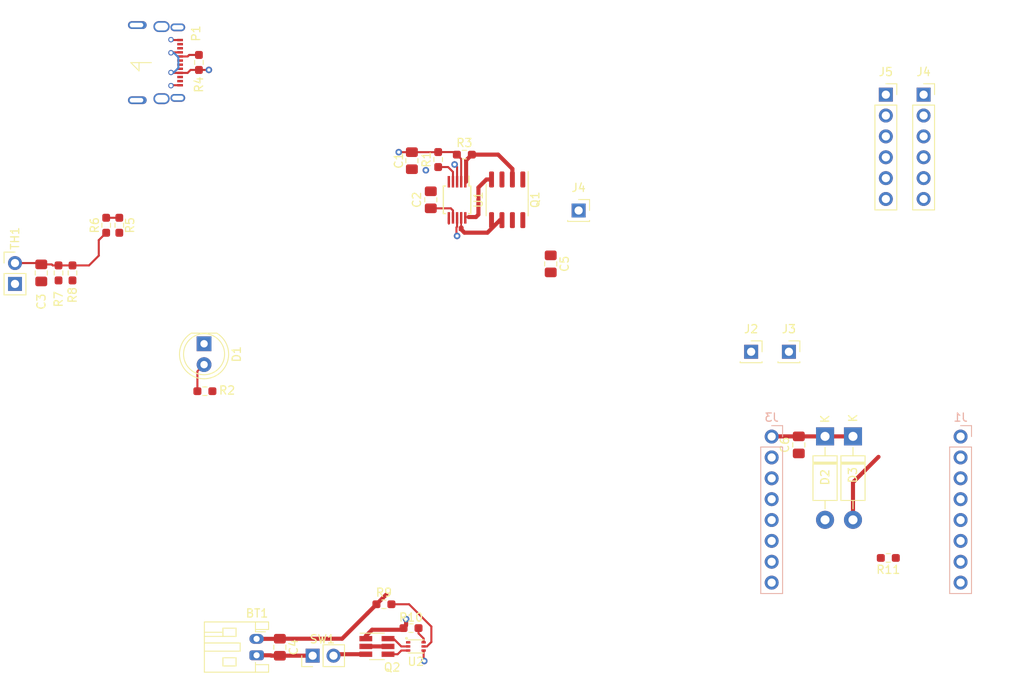
<source format=kicad_pcb>
(kicad_pcb (version 20211014) (generator pcbnew)
  (layers (0 "F.Cu" signal) (1 "In1.Cu" signal) (2 "In2.Cu" signal) (31 "B.Cu" signal) (34 "B.Paste" user) (35 "F.Paste" user) (36 "B.SilkS" user "B.Silkscreen") (37 "F.SilkS" user "F.Silkscreen") (38 "B.Mask" user) (39 "F.Mask" user) (44 "Edge.Cuts" user))
  (net 0 "")
  (net 1 "Net-(BT1-Pad1)")
  (net 2 "GND")
  (net 3 "+5V")
  (net 4 "Net-(C2-Pad2)")
  (net 5 "Net-(C3-Pad1)")
  (net 6 "Load")
  (net 7 "Net-(D1-Pad1)")
  (net 8 "Net-(D1-Pad2)")
  (net 9 "Net-(C6-Pad2)")
  (net 10 "Net-(J2-Pad5)")
  (net 16 "+3.3V")
  (net 17 "/INT")
  (net 18 "Net-(J1-Pad7)")
  (net 21 "/SDA")
  (net 22 "/SCL")
  (net 27 "Net-(Q1-Pad4)")
  (net 31 "Net-(Q2-Pad4)")
  (net 36 "Net-(P1-PadA5)")
  (net 38 "Net-(Q1-Pad1)")
  (net 39 "Net-(Q2-Pad2)")
  (net 40 "Net-(Q2-Pad3)")
  (net 41 "Net-(Q2-Pad6)")
  (net 42 "Net-(R1-Pad1)")
  (net 43 "Net-(R6-Pad1)")
  (net 44 "Net-(R9-Pad2)")
  (net 45 "Net-(R10-Pad1)")
  (footprint "Connector_PinSocket_2.54mm:PinSocket_1x01_P2.54mm_Vertical" (layer "F.Cu") (at 195.2 105.5)
    (fp_text reference "J2" (at 0 -2.77) (layer "F.SilkS"))
    (fp_text value "Gyro GND")
    (fp_line (start -1.33 1.33) (end 1.33 1.33) (layer "F.SilkS") (width 0.12))
    (fp_line (start 0 -1.33) (end 1.33 -1.33) (layer "F.SilkS") (width 0.12))
    (fp_line (start -1.33 1.21) (end -1.33 1.33) (layer "F.SilkS") (width 0.12))
    (fp_line (start 1.33 1.21) (end 1.33 1.33) (layer "F.SilkS") (width 0.12))
    (fp_line (start 1.33 -1.33) (end 1.33 0) (layer "F.SilkS") (width 0.12))
    (pad "1" thru_hole rect (at 0 0) (size 1.7 1.7) (drill 1) (layers *.Cu *.Mask) (net 9 "Net-(C6-Pad2)"))
  )
  (footprint "Capacitor_SMD:C_0805_2012Metric_Pad1.18x1.45mm_HandSolder" (layer "F.Cu") (at 137.825 141.47 -90)
    (fp_text reference "C4" (at 0 -1.68 90) (layer "F.SilkS"))
    (fp_text value "10uF")
    (fp_line (start -0.261252 -0.735) (end 0.261252 -0.735) (layer "F.SilkS") (width 0.12))
    (fp_line (start -0.261252 0.735) (end 0.261252 0.735) (layer "F.SilkS") (width 0.12))
    (pad "1" smd roundrect (at -1.0375 0 270) (size 1.175 1.45) (layers "F.Cu" "F.Paste" "F.Mask") (roundrect_rratio 0.2127659574) (net 1 "Net-(BT1-Pad1)"))
    (pad "2" smd roundrect (at 1.0375 0 270) (size 1.175 1.45) (layers "F.Cu" "F.Paste" "F.Mask") (roundrect_rratio 0.2127659574) (net 2 "GND"))
  )
  (footprint "Capacitor_SMD:C_0805_2012Metric_Pad1.18x1.45mm_HandSolder" (layer "F.Cu") (at 108.78125 95.9 -90)
    (fp_text reference "C3" (at 3.5 0 90) (layer "F.SilkS"))
    (fp_text value "1nF")
    (fp_line (start -0.261252 0.735) (end 0.261252 0.735) (layer "F.SilkS") (width 0.12))
    (fp_line (start -0.261252 -0.735) (end 0.261252 -0.735) (layer "F.SilkS") (width 0.12))
    (pad "1" smd roundrect (at -1.0375 0 270) (size 1.175 1.45) (layers "F.Cu" "F.Paste" "F.Mask") (roundrect_rratio 0.2127659574) (net 5 "Net-(C3-Pad1)"))
    (pad "2" smd roundrect (at 1.0375 0 270) (size 1.175 1.45) (layers "F.Cu" "F.Paste" "F.Mask") (roundrect_rratio 0.2127659574) (net 2 "GND"))
  )
  (footprint "Resistor_SMD:R_0603_1608Metric_Pad0.98x0.95mm_HandSolder" (layer "F.Cu") (at 157.1 82.1 90)
    (fp_text reference "R1" (at 0 -1.43 90) (layer "F.SilkS"))
    (fp_text value "1k")
    (fp_line (start -0.254724 -0.5225) (end 0.254724 -0.5225) (layer "F.SilkS") (width 0.12))
    (fp_line (start -0.254724 0.5225) (end 0.254724 0.5225) (layer "F.SilkS") (width 0.12))
    (pad "1" smd roundrect (at -0.9125 0 90) (size 0.975 0.95) (layers "F.Cu" "F.Paste" "F.Mask") (net 42 "Net-(R1-Pad1)"))
    (pad "2" smd roundrect (at 0.9125 0 90) (size 0.975 0.95) (layers "F.Cu" "F.Paste" "F.Mask") (net 3 "+5V"))
  )
  (footprint "Resistor_SMD:R_0603_1608Metric_Pad0.98x0.95mm_HandSolder" (layer "F.Cu") (at 110.88125 95.9 -90)
    (fp_text reference "R7" (at 3.2 0 90) (layer "F.SilkS"))
    (fp_text value "100k")
    (fp_line (start -0.254724 0.5225) (end 0.254724 0.5225) (layer "F.SilkS") (width 0.12))
    (fp_line (start -0.254724 -0.5225) (end 0.254724 -0.5225) (layer "F.SilkS") (width 0.12))
    (pad "1" smd roundrect (at -0.9125 0 270) (size 0.975 0.95) (layers "F.Cu" "F.Paste" "F.Mask") (net 5 "Net-(C3-Pad1)"))
    (pad "2" smd roundrect (at 0.9125 0 270) (size 0.975 0.95) (layers "F.Cu" "F.Paste" "F.Mask") (net 2 "GND"))
  )
  (footprint "Package_SO:MSOP-10_3x3mm_P0.5mm" (layer "F.Cu") (at 159.4 87 -90)
    (fp_text reference "U1" (at 0 -2.6 90) (layer "F.SilkS"))
    (fp_text value "MCP73841")
    (fp_line (start 1.675 1.675) (end 1.675 1.375) (layer "F.SilkS") (width 0.15))
    (fp_line (start -1.675 -1.675) (end 1.675 -1.675) (layer "F.SilkS") (width 0.15))
    (fp_line (start -1.675 -1.45) (end -2.9 -1.45) (layer "F.SilkS") (width 0.15))
    (fp_line (start 1.675 -1.675) (end 1.675 -1.375) (layer "F.SilkS") (width 0.15))
    (fp_line (start -1.675 -1.675) (end -1.675 -1.45) (layer "F.SilkS") (width 0.15))
    (fp_line (start -1.675 1.675) (end -1.675 1.375) (layer "F.SilkS") (width 0.15))
    (fp_line (start -1.675 1.675) (end 1.675 1.675) (layer "F.SilkS") (width 0.15))
    (pad "1" smd rect (at -2.2 -1 270) (size 1.4 0.3) (layers "F.Cu" "F.Paste" "F.Mask") (net 38 "Net-(Q1-Pad1)"))
    (pad "2" smd rect (at -2.2 -0.5 270) (size 1.4 0.3) (layers "F.Cu" "F.Paste" "F.Mask") (net 3 "+5V"))
    (pad "3" smd rect (at -2.2 0 270) (size 1.4 0.3) (layers "F.Cu" "F.Paste" "F.Mask") (net 7 "Net-(D1-Pad1)"))
    (pad "4" smd rect (at -2.2 0.5 270) (size 1.4 0.3) (layers "F.Cu" "F.Paste" "F.Mask") (net 42 "Net-(R1-Pad1)"))
    (pad "5" smd rect (at -2.2 1 270) (size 1.4 0.3) (layers "F.Cu" "F.Paste" "F.Mask") (net 43 "Net-(R6-Pad1)"))
    (pad "6" smd rect (at 2.2 1 270) (size 1.4 0.3) (layers "F.Cu" "F.Paste" "F.Mask") (net 5 "Net-(C3-Pad1)"))
    (pad "7" smd rect (at 2.2 0.5 270) (size 1.4 0.3) (layers "F.Cu" "F.Paste" "F.Mask") (net 4 "Net-(C2-Pad2)"))
    (pad "8" smd rect (at 2.2 0 270) (size 1.4 0.3) (layers "F.Cu" "F.Paste" "F.Mask") (net 2 "GND"))
    (pad "9" smd rect (at 2.2 -0.5 270) (size 1.4 0.3) (layers "F.Cu" "F.Paste" "F.Mask") (net 1 "Net-(BT1-Pad1)"))
    (pad "10" smd rect (at 2.2 -1 270) (size 1.4 0.3) (layers "F.Cu" "F.Paste" "F.Mask") (net 27 "Net-(Q1-Pad4)"))
  )
  (footprint "Resistor_SMD:R_0603_1608Metric_Pad0.98x0.95mm_HandSolder" (layer "F.Cu") (at 128.7 110.3 180)
    (fp_text reference "R2" (at -2.7 0.1) (layer "F.SilkS"))
    (fp_text value "1k")
    (fp_line (start -0.254724 -0.5225) (end 0.254724 -0.5225) (layer "F.SilkS") (width 0.12))
    (fp_line (start -0.254724 0.5225) (end 0.254724 0.5225) (layer "F.SilkS") (width 0.12))
    (pad "1" smd roundrect (at -0.9125 0 180) (size 0.975 0.95) (layers "F.Cu" "F.Paste" "F.Mask") (net 8 "Net-(D1-Pad2)"))
    (pad "2" smd roundrect (at 0.9125 0 180) (size 0.975 0.95) (layers "F.Cu" "F.Paste" "F.Mask") (net 3 "+5V"))
  )
  (footprint "Package_SO:SOIC-8_3.9x4.9mm_P1.27mm" (layer "F.Cu") (at 165.5 87 -90)
    (fp_text reference "Q1" (at 0 -3.4 90) (layer "F.SilkS"))
    (fp_text value "IRF7404")
    (fp_line (start 0 2.56) (end -1.95 2.56) (layer "F.SilkS") (width 0.12))
    (fp_line (start 0 2.56) (end 1.95 2.56) (layer "F.SilkS") (width 0.12))
    (fp_line (start 0 -2.56) (end 1.95 -2.56) (layer "F.SilkS") (width 0.12))
    (fp_line (start 0 -2.56) (end -3.45 -2.56) (layer "F.SilkS") (width 0.12))
    (pad "1" smd roundrect (at -2.475 -1.905 270) (size 1.95 0.6) (layers "F.Cu" "F.Paste" "F.Mask") (net 38 "Net-(Q1-Pad1)"))
    (pad "2" smd roundrect (at -2.475 -0.635 270) (size 1.95 0.6) (layers "F.Cu" "F.Paste" "F.Mask") (net 38 "Net-(Q1-Pad1)"))
    (pad "3" smd roundrect (at -2.475 0.635 270) (size 1.95 0.6) (layers "F.Cu" "F.Paste" "F.Mask") (net 38 "Net-(Q1-Pad1)"))
    (pad "4" smd roundrect (at -2.475 1.905 270) (size 1.95 0.6) (layers "F.Cu" "F.Paste" "F.Mask") (net 27 "Net-(Q1-Pad4)"))
    (pad "5" smd roundrect (at 2.475 1.905 270) (size 1.95 0.6) (layers "F.Cu" "F.Paste" "F.Mask") (net 1 "Net-(BT1-Pad1)"))
    (pad "6" smd roundrect (at 2.475 0.635 270) (size 1.95 0.6) (layers "F.Cu" "F.Paste" "F.Mask") (net 1 "Net-(BT1-Pad1)"))
    (pad "7" smd roundrect (at 2.475 -0.635 270) (size 1.95 0.6) (layers "F.Cu" "F.Paste" "F.Mask") (net 1 "Net-(BT1-Pad1)"))
    (pad "8" smd roundrect (at 2.475 -1.905 270) (size 1.95 0.6) (layers "F.Cu" "F.Paste" "F.Mask") (net 1 "Net-(BT1-Pad1)"))
  )
  (footprint "Custom:USB_C_THT" (layer "F.Cu") (at 125.6825 70.3 -90)
    (fp_text reference "P1" (at -3.55 -1.93625 -270 unlocked) (layer "F.SilkS"))
    (fp_text value "USB_C_Plug_USB2.0")
    (fp_line (start 1 5) (end 0 5) (layer "F.SilkS") (width 0.12))
    (fp_line (start 0 3.5) (end 0 6) (layer "F.SilkS") (width 0.12))
    (fp_line (start 0 6) (end 1 5) (layer "F.SilkS") (width 0.12))
    (pad "13" thru_hole oval (at 4.39 2.26 270) (size 1.33 1.98) (drill oval 0.93 1.58) (layers *.Cu *.Mask))
    (pad "13" thru_hole oval (at -4.575 5.31 270) (size 0.95 2.28) (drill oval 0.55 1.65 (offset 0 -0.1)) (layers *.Cu *.Mask))
    (pad "13" thru_hole oval (at 4.575 5.31 270) (size 0.95 2.28) (drill oval 0.55 1.65 (offset 0 -0.1)) (layers *.Cu *.Mask))
    (pad "13" thru_hole oval (at -4.295 0.28 270) (size 0.95 1.8) (drill oval 0.55 1.4) (layers *.Cu *.Mask))
    (pad "13" thru_hole oval (at -4.39 2.26 270) (size 1.33 1.98) (drill oval 0.93 1.58) (layers *.Cu *.Mask))
    (pad "13" thru_hole oval (at 4.295 0.28 270) (size 0.95 1.8) (drill oval 0.55 1.4) (layers *.Cu *.Mask))
    (pad "A1" smd rect (at -2.75 0 270) (size 0.3 0.7) (layers "F.Cu" "F.Paste" "F.Mask") (net 2 "GND"))
    (pad "A2" smd rect (at -2.25 0 270) (size 0.3 0.7) (layers "F.Cu" "F.Paste" "F.Mask"))
    (pad "A3" smd rect (at -1.75 0 270) (size 0.3 0.7) (layers "F.Cu" "F.Paste" "F.Mask"))
    (pad "A4" smd rect (at -1.25 0 270) (size 0.3 0.7) (layers "F.Cu" "F.Paste" "F.Mask") (net 3 "+5V"))
    (pad "A5" smd rect (at -0.75 0 270) (size 0.3 0.7) (layers "F.Cu" "F.Paste" "F.Mask") (net 36 "Net-(P1-PadA5)"))
    (pad "A6" smd rect (at -0.25 0 270) (size 0.3 0.7) (layers "F.Cu" "F.Paste" "F.Mask"))
    (pad "A7" smd rect (at 0.25 0 270) (size 0.3 0.7) (layers "F.Cu" "F.Paste" "F.Mask"))
    (pad "A8" smd rect (at 0.75 0 270) (size 0.3 0.7) (layers "F.Cu" "F.Paste" "F.Mask"))
    (pad "A9" smd rect (at 1.25 0 270) (size 0.3 0.7) (layers "F.Cu" "F.Paste" "F.Mask") (net 3 "+5V"))
    (pad "A10" smd rect (at 1.75 0 270) (size 0.3 0.7) (layers "F.Cu" "F.Paste" "F.Mask"))
    (pad "A11" smd rect (at 2.25 0 270) (size 0.3 0.7) (layers "F.Cu" "F.Paste" "F.Mask"))
    (pad "A12" smd rect (at 2.75 0 270) (size 0.3 0.7) (layers "F.Cu" "F.Paste" "F.Mask") (net 2 "GND"))
    (pad "B1" thru_hole circle (at 2.8 1.11 270) (size 0.65 0.65) (drill 0.4) (layers *.Cu *.Mask) (net 2 "GND"))
    (pad "B4" thru_hole circle (at 1.2 1.11 270) (size 0.65 0.65) (drill 0.4) (layers *.Cu *.Mask) (net 3 "+5V"))
    (pad "B9" thru_hole circle (at -1.2 1.11 270) (size 0.65 0.65) (drill 0.4) (layers *.Cu *.Mask) (net 3 "+5V"))
    (pad "B12" thru_hole circle (at -2.8 1.11 270) (size 0.65 0.65) (drill 0.4) (layers *.Cu *.Mask) (net 2 "GND"))
  )
  (footprint "Resistor_SMD:R_0603_1608Metric_Pad0.98x0.95mm_HandSolder" (layer "F.Cu") (at 153.795 139.14 180)
    (fp_text reference "R10" (at 0 1.304) (layer "F.SilkS"))
    (fp_text value "470")
    (fp_line (start -0.254724 0.5225) (end 0.254724 0.5225) (layer "F.SilkS") (width 0.12))
    (fp_line (start -0.254724 -0.5225) (end 0.254724 -0.5225) (layer "F.SilkS") (width 0.12))
    (pad "1" smd roundrect (at -0.9125 0 180) (size 0.975 0.95) (layers "F.Cu" "F.Paste" "F.Mask") (net 45 "Net-(R10-Pad1)"))
    (pad "2" smd roundrect (at 0.9125 0 180) (size 0.975 0.95) (layers "F.Cu" "F.Paste" "F.Mask") (net 9 "Net-(C6-Pad2)"))
  )
  (footprint "Connector_PinHeader_2.54mm:PinHeader_1x02_P2.54mm_Vertical" (layer "F.Cu") (at 141.82 142.5 90)
    (fp_text reference "SW1" (at 2.01 1.175 180) (layer "F.SilkS"))
    (fp_text value "SW_SPDT")
    (fp_line (start -1.33 -1.33) (end 0 -1.33) (layer "F.SilkS") (width 0.12))
    (fp_line (start -1.33 1.27) (end 1.33 1.27) (layer "F.SilkS") (width 0.12))
    (fp_line (start -1.33 3.87) (end 1.33 3.87) (layer "F.SilkS") (width 0.12))
    (fp_line (start -1.33 1.27) (end -1.33 3.87) (layer "F.SilkS") (width 0.12))
    (fp_line (start -1.33 0) (end -1.33 -1.33) (layer "F.SilkS") (width 0.12))
    (fp_line (start 1.33 1.27) (end 1.33 3.87) (layer "F.SilkS") (width 0.12))
    (pad "1" thru_hole rect (at 0 0 90) (size 1.7 1.7) (drill 1) (layers *.Cu *.Mask) (net 2 "GND"))
    (pad "2" thru_hole oval (at 0 2.54 90) (size 1.7 1.7) (drill 1) (layers *.Cu *.Mask) (net 40 "Net-(Q2-Pad3)"))
  )
  (footprint "Capacitor_SMD:C_0805_2012Metric_Pad1.18x1.45mm_HandSolder" (layer "F.Cu") (at 156.2 87 -90)
    (fp_text reference "C2" (at 0 1.7 90) (layer "F.SilkS"))
    (fp_text value "100nF")
    (fp_line (start -0.261252 -0.735) (end 0.261252 -0.735) (layer "F.SilkS") (width 0.12))
    (fp_line (start -0.261252 0.735) (end 0.261252 0.735) (layer "F.SilkS") (width 0.12))
    (pad "1" smd roundrect (at -1.0375 0 270) (size 1.175 1.45) (layers "F.Cu" "F.Paste" "F.Mask") (roundrect_rratio 0.212766) (net 2 "GND"))
    (pad "2" smd roundrect (at 1.0375 0 270) (size 1.175 1.45) (layers "F.Cu" "F.Paste" "F.Mask") (roundrect_rratio 0.212766) (net 4 "Net-(C2-Pad2)"))
  )
  (footprint "Capacitor_SMD:C_0805_2012Metric_Pad1.18x1.45mm_HandSolder" (layer "F.Cu") (at 170.8 94.8 -90)
    (fp_text reference "C5" (at 0 -1.68 90) (layer "F.SilkS"))
    (fp_text value "10uF")
    (fp_line (start -0.261252 -0.735) (end 0.261252 -0.735) (layer "F.SilkS") (width 0.12))
    (fp_line (start -0.261252 0.735) (end 0.261252 0.735) (layer "F.SilkS") (width 0.12))
    (pad "1" smd roundrect (at -1.0375 0 270) (size 1.175 1.45) (layers "F.Cu" "F.Paste" "F.Mask") (roundrect_rratio 0.212766) (net 16 "+3.3V"))
    (pad "2" smd roundrect (at 1.0375 0 270) (size 1.175 1.45) (layers "F.Cu" "F.Paste" "F.Mask") (roundrect_rratio 0.212766) (net 9 "Net-(C6-Pad2)"))
  )
  (footprint "Connector_PinHeader_2.54mm:PinHeader_1x02_P2.54mm_Vertical" (layer "F.Cu") (at 105.58125 94.7)
    (fp_text reference "TH1" (at 0 -3 90) (layer "F.SilkS"))
    (fp_text value "10k")
    (fp_line (start -1.33 0) (end -1.33 -1.33) (layer "F.SilkS") (width 0.12))
    (fp_line (start -1.33 3.87) (end 1.33 3.87) (layer "F.SilkS") (width 0.12))
    (fp_line (start 1.33 1.27) (end 1.33 3.87) (layer "F.SilkS") (width 0.12))
    (fp_line (start -1.33 1.27) (end -1.33 3.87) (layer "F.SilkS") (width 0.12))
    (fp_line (start -1.33 -1.33) (end 0 -1.33) (layer "F.SilkS") (width 0.12))
    (fp_line (start -1.33 1.27) (end 1.33 1.27) (layer "F.SilkS") (width 0.12))
    (pad "1" thru_hole circle (at 0 0) (size 1.7 1.7) (drill 1) (layers *.Cu *.Mask) (net 5 "Net-(C3-Pad1)"))
    (pad "2" thru_hole rect (at 0 2.54) (size 1.7 1.7) (drill 1) (layers *.Cu *.Mask) (net 2 "GND"))
  )
  (footprint "Diode_THT:D_DO-41_SOD81_P10.16mm_Horizontal" (layer "F.Cu") (at 204.2 115.8 -90)
    (fp_text reference "D2" (at 4.98 0 90) (layer "F.SilkS"))
    (fp_text value "1N5817")
    (fp_text user "K" (at -2.12 0 90) (layer "F.SilkS"))
    (fp_line (start 7.8 1.47) (end 7.8 -1.47) (layer "F.SilkS") (width 0.12))
    (fp_line (start 2.36 -1.47) (end 2.36 1.47) (layer "F.SilkS") (width 0.12))
    (fp_line (start 7.8 -1.47) (end 2.36 -1.47) (layer "F.SilkS") (width 0.12))
    (fp_line (start 3.38 -1.47) (end 3.38 1.47) (layer "F.SilkS") (width 0.12))
    (fp_line (start 3.26 -1.47) (end 3.26 1.47) (layer "F.SilkS") (width 0.12))
    (fp_line (start 2.36 1.47) (end 7.8 1.47) (layer "F.SilkS") (width 0.12))
    (fp_line (start 1.34 0) (end 2.36 0) (layer "F.SilkS") (width 0.12))
    (fp_line (start 3.14 -1.47) (end 3.14 1.47) (layer "F.SilkS") (width 0.12))
    (fp_line (start 8.82 0) (end 7.8 0) (layer "F.SilkS") (width 0.12))
    (pad "1" thru_hole rect (at 0 0 270) (size 2.2 2.2) (drill 1.1) (layers *.Cu *.Mask) (net 6 "Load"))
    (pad "2" thru_hole oval (at 10.16 0 270) (size 2.2 2.2) (drill 1.1) (layers *.Cu *.Mask) (net 3 "+5V"))
  )
  (footprint "Capacitor_SMD:C_0805_2012Metric_Pad1.18x1.45mm_HandSolder" (layer "F.Cu") (at 153.9 82.2375 -90)
    (fp_text reference "C1" (at 0 1.6 90) (layer "F.SilkS"))
    (fp_text value "10uF")
    (fp_line (start -0.261252 -0.735) (end 0.261252 -0.735) (layer "F.SilkS") (width 0.12))
    (fp_line (start -0.261252 0.735) (end 0.261252 0.735) (layer "F.SilkS") (width 0.12))
    (pad "1" smd roundrect (at -1.0375 0 270) (size 1.175 1.45) (layers "F.Cu" "F.Paste" "F.Mask") (roundrect_rratio 0.2127659574) (net 3 "+5V"))
    (pad "2" smd roundrect (at 1.0375 0 270) (size 1.175 1.45) (layers "F.Cu" "F.Paste" "F.Mask") (roundrect_rratio 0.2127659574) (net 2 "GND"))
  )
  (footprint "Connector_PinSocket_2.54mm:PinSocket_1x06_P2.54mm_Vertical" (layer "F.Cu") (at 211.6 74.2)
    (fp_text reference "J5" (at 0 -2.77) (layer "F.SilkS"))
    (fp_text value "Conn_01x06_Female")
    (fp_line (start 1.33 1.27) (end 1.33 14.03) (layer "F.SilkS") (width 0.12))
    (fp_line (start 0 -1.33) (end 1.33 -1.33) (layer "F.SilkS") (width 0.12))
    (fp_line (start -1.33 1.27) (end -1.33 14.03) (layer "F.SilkS") (width 0.12))
    (fp_line (start 1.33 -1.33) (end 1.33 0) (layer "F.SilkS") (width 0.12))
    (fp_line (start -1.33 14.03) (end 1.33 14.03) (layer "F.SilkS") (width 0.12))
    (fp_line (start -1.33 1.27) (end 1.33 1.27) (layer "F.SilkS") (width 0.12))
    (pad "1" thru_hole rect (at 0 0) (size 1.7 1.7) (drill 1) (layers *.Cu *.Mask))
    (pad "2" thru_hole oval (at 0 2.54) (size 1.7 1.7) (drill 1) (layers *.Cu *.Mask))
    (pad "3" thru_hole oval (at 0 5.08) (size 1.7 1.7) (drill 1) (layers *.Cu *.Mask))
    (pad "4" thru_hole oval (at 0 7.62) (size 1.7 1.7) (drill 1) (layers *.Cu *.Mask))
    (pad "5" thru_hole oval (at 0 10.16) (size 1.7 1.7) (drill 1) (layers *.Cu *.Mask))
    (pad "6" thru_hole oval (at 0 12.7) (size 1.7 1.7) (drill 1) (layers *.Cu *.Mask))
  )
  (footprint "Connector_JST:JST_PH_S2B-PH-K_1x02_P2.00mm_Horizontal" (layer "F.Cu") (at 134.995 140.45 -90)
    (fp_text reference "BT1" (at -3.11 -0.05) (layer "F.SilkS"))
    (fp_text value "Battery_Cell")
    (fp_line (start -0.86 0.14) (end -0.86 -1.075) (layer "F.SilkS") (width 0.12))
    (fp_line (start -0.86 0.14) (end -1.14 0.14) (layer "F.SilkS") (width 0.12))
    (fp_line (start 3.14 -1.46) (end 3.14 0.14) (layer "F.SilkS") (width 0.12))
    (fp_line (start 4.06 6.36) (end 4.06 -1.46) (layer "F.SilkS") (width 0.12))
    (fp_line (start 3.14 0.14) (end 2.86 0.14) (layer "F.SilkS") (width 0.12))
    (fp_line (start 4.06 0.14) (end 3.14 0.14) (layer "F.SilkS") (width 0.12))
    (fp_line (start -2.06 6.36) (end 4.06 6.36) (layer "F.SilkS") (width 0.12))
    (fp_line (start 3.3 2.5) (end 3.3 4.1) (layer "F.SilkS") (width 0.12))
    (fp_line (start 2.3 2.5) (end 3.3 2.5) (layer "F.SilkS") (width 0.12))
    (fp_line (start -0.8 4.1) (end -0.8 6.36) (layer "F.SilkS") (width 0.12))
    (fp_line (start -0.3 4.1) (end -0.3 2.5) (layer "F.SilkS") (width 0.12))
    (fp_line (start -0.3 4.1) (end -0.3 6.36) (layer "F.SilkS") (width 0.12))
    (fp_line (start -1.14 -1.46) (end -2.06 -1.46) (layer "F.SilkS") (width 0.12))
    (fp_line (start 1.5 2) (end 1.5 6.36) (layer "F.SilkS") (width 0.12))
    (fp_line (start 0.5 6.36) (end 0.5 2) (layer "F.SilkS") (width 0.12))
    (fp_line (start 2.3 4.1) (end 2.3 2.5) (layer "F.SilkS") (width 0.12))
    (fp_line (start -1.3 4.1) (end -0.3 4.1) (layer "F.SilkS") (width 0.12))
    (fp_line (start 3.3 4.1) (end 2.3 4.1) (layer "F.SilkS") (width 0.12))
    (fp_line (start -0.3 2.5) (end -1.3 2.5) (layer "F.SilkS") (width 0.12))
    (fp_line (start 4.06 -1.46) (end 3.14 -1.46) (layer "F.SilkS") (width 0.12))
    (fp_line (start -1.14 0.14) (end -1.14 -1.46) (layer "F.SilkS") (width 0.12))
    (fp_line (start 0.5 2) (end 1.5 2) (layer "F.SilkS") (width 0.12))
    (fp_line (start -1.3 2.5) (end -1.3 4.1) (layer "F.SilkS") (width 0.12))
    (fp_line (start -2.06 0.14) (end -1.14 0.14) (layer "F.SilkS") (width 0.12))
    (fp_line (start -2.06 -1.46) (end -2.06 6.36) (layer "F.SilkS") (width 0.12))
    (pad "1" thru_hole oval (at 0 0 270) (size 1.2 1.75) (drill 0.75) (layers *.Cu *.Mask) (net 1 "Net-(BT1-Pad1)"))
    (pad "2" thru_hole roundrect (at 2 0 270) (size 1.2 1.75) (drill 0.75) (layers *.Cu *.Mask) (net 2 "GND"))
  )
  (footprint "Connector_PinSocket_2.54mm:PinSocket_1x01_P2.54mm_Vertical" (layer "F.Cu") (at 199.8 105.5)
    (fp_text reference "J3" (at 0 -2.77) (layer "F.SilkS"))
    (fp_text value "INT-D5")
    (fp_line (start 1.33 -1.33) (end 1.33 0) (layer "F.SilkS") (width 0.12))
    (fp_line (start -1.33 1.21) (end -1.33 1.33) (layer "F.SilkS") (width 0.12))
    (fp_line (start 1.33 1.21) (end 1.33 1.33) (layer "F.SilkS") (width 0.12))
    (fp_line (start 0 -1.33) (end 1.33 -1.33) (layer "F.SilkS") (width 0.12))
    (fp_line (start -1.33 1.33) (end 1.33 1.33) (layer "F.SilkS") (width 0.12))
    (pad "1" thru_hole rect (at 0 0) (size 1.7 1.7) (drill 1) (layers *.Cu *.Mask) (net 10 "Net-(J2-Pad5)"))
  )
  (footprint "Resistor_SMD:R_0603_1608Metric_Pad0.98x0.95mm_HandSolder" (layer "F.Cu") (at 118.28125 90.1 -90)
    (fp_text reference "R5" (at 0 -1.3 90) (layer "F.SilkS"))
    (fp_text value "22k")
    (fp_line (start -0.254724 -0.5225) (end 0.254724 -0.5225) (layer "F.SilkS") (width 0.12))
    (fp_line (start -0.254724 0.5225) (end 0.254724 0.5225) (layer "F.SilkS") (width 0.12))
    (pad "1" smd roundrect (at -0.9125 0 270) (size 0.975 0.95) (layers "F.Cu" "F.Paste" "F.Mask") (net 43 "Net-(R6-Pad1)"))
    (pad "2" smd roundrect (at 0.9125 0 270) (size 0.975 0.95) (layers "F.Cu" "F.Paste" "F.Mask") (net 5 "Net-(C3-Pad1)"))
  )
  (footprint "Resistor_SMD:R_0603_1608Metric_Pad0.98x0.95mm_HandSolder" (layer "F.Cu") (at 150.495 136.24)
    (fp_text reference "R9" (at 0 -1.43) (layer "F.SilkS"))
    (fp_text value "330")
    (fp_line (start -0.254724 -0.5225) (end 0.254724 -0.5225) (layer "F.SilkS") (width 0.12))
    (fp_line (start -0.254724 0.5225) (end 0.254724 0.5225) (layer "F.SilkS") (width 0.12))
    (pad "1" smd roundrect (at -0.9125 0) (size 0.975 0.95) (layers "F.Cu" "F.Paste" "F.Mask") (net 1 "Net-(BT1-Pad1)"))
    (pad "2" smd roundrect (at 0.9125 0) (size 0.975 0.95) (layers "F.Cu" "F.Paste" "F.Mask") (net 44 "Net-(R9-Pad2)"))
  )
  (footprint "Diode_THT:D_DO-41_SOD81_P10.16mm_Horizontal" (layer "F.Cu") (at 207.6 115.8 -90)
    (fp_text reference "D3" (at 4.705 0.025 90) (layer "F.SilkS"))
    (fp_text value "1N5817")
    (fp_text user "K" (at -2.22 0 90) (layer "F.SilkS"))
    (fp_line (start 3.26 -1.47) (end 3.26 1.47) (layer "F.SilkS") (width 0.12))
    (fp_line (start 7.8 1.47) (end 7.8 -1.47) (layer "F.SilkS") (width 0.12))
    (fp_line (start 8.82 0) (end 7.8 0) (layer "F.SilkS") (width 0.12))
    (fp_line (start 2.36 -1.47) (end 2.36 1.47) (layer "F.SilkS") (width 0.12))
    (fp_line (start 3.38 -1.47) (end 3.38 1.47) (layer "F.SilkS") (width 0.12))
    (fp_line (start 3.14 -1.47) (end 3.14 1.47) (layer "F.SilkS") (width 0.12))
    (fp_line (start 7.8 -1.47) (end 2.36 -1.47) (layer "F.SilkS") (width 0.12))
    (fp_line (start 1.34 0) (end 2.36 0) (layer "F.SilkS") (width 0.12))
    (fp_line (start 2.36 1.47) (end 7.8 1.47) (layer "F.SilkS") (width 0.12))
    (pad "1" thru_hole rect (at 0 0 270) (size 2.2 2.2) (drill 1.1) (layers *.Cu *.Mask) (net 6 "Load"))
    (pad "2" thru_hole oval (at 10.16 0 270) (size 2.2 2.2) (drill 1.1) (layers *.Cu *.Mask) (net 1 "Net-(BT1-Pad1)"))
  )
  (footprint "LED_THT:LED_D5.0mm_Clear" (layer "F.Cu") (at 128.6 104.525 -90)
    (fp_text reference "D1" (at 1.27 -3.96 90) (layer "F.SilkS"))
    (fp_text value "Green")
    (fp_line (start -1.29 -1.545) (end -1.29 1.545) (layer "F.SilkS") (width 0.12))
    (fp_arc (start -1.29 -1.54483) (mid 2.072002 -2.880433) (end 4.26 0.000462) (layer "F.SilkS") (width 0.12))
    (fp_arc (start 4.26 -0.000462) (mid 2.072002 2.880433) (end -1.29 1.54483) (layer "F.SilkS") (width 0.12))
    (fp_circle (center 1.27 0) (end 3.77 0) (layer "F.SilkS") (width 0.12) (fill none))
    (pad "1" thru_hole rect (at 0 0 270) (size 1.8 1.8) (drill 0.9) (layers *.Cu *.Mask) (net 7 "Net-(D1-Pad1)"))
    (pad "2" thru_hole circle (at 2.54 0 270) (size 1.8 1.8) (drill 0.9) (layers *.Cu *.Mask) (net 8 "Net-(D1-Pad2)"))
  )
  (footprint "Custom:SNT-6A" (layer "F.Cu") (at 154.389 141.372)
    (fp_text reference "U2" (at 0 1.855 unlocked) (layer "F.SilkS"))
    (fp_text value "S-8240AAW-I6T1U")
    (fp_line (start -0.95 -0.8) (end 0.95 -0.8) (layer "F.SilkS") (width 0.12))
    (fp_line (start -0.95 0.8) (end 0.95 0.8) (layer "F.SilkS") (width 0.12))
    (fp_circle (center -1.15 -1) (end -1.15 -1.1) (layer "F.SilkS") (width 0.12) (fill none))
    (pad "1" smd rect (at -0.94 -0.5 270) (size 0.3 0.52) (layers "F.Cu" "F.Paste" "F.Mask"))
    (pad "2" smd rect (at -0.94 0 270) (size 0.3 0.52) (layers "F.Cu" "F.Paste" "F.Mask") (net 41 "Net-(Q2-Pad6)"))
    (pad "3" smd rect (at -0.94 0.5 270) (size 0.3 0.52) (layers "F.Cu" "F.Paste" "F.Mask") (net 31 "Net-(Q2-Pad4)"))
    (pad "4" smd rect (at 0.94 0.5 270) (size 0.3 0.52) (layers "F.Cu" "F.Paste" "F.Mask") (net 2 "GND"))
    (pad "5" smd rect (at 0.94 0 270) (size 0.3 0.52) (layers "F.Cu" "F.Paste" "F.Mask") (net 44 "Net-(R9-Pad2)"))
    (pad "6" smd rect (at 0.94 -0.5 270) (size 0.3 0.52) (layers "F.Cu" "F.Paste" "F.Mask") (net 45 "Net-(R10-Pad1)"))
  )
  (footprint "Capacitor_SMD:C_0805_2012Metric_Pad1.18x1.45mm_HandSolder" (layer "F.Cu") (at 201 116.8375 -90)
    (fp_text reference "C6" (at 0 1.7 90) (layer "F.SilkS"))
    (fp_text value "10uF")
    (fp_line (start -0.261252 0.735) (end 0.261252 0.735) (layer "F.SilkS") (width 0.12))
    (fp_line (start -0.261252 -0.735) (end 0.261252 -0.735) (layer "F.SilkS") (width 0.12))
    (pad "1" smd roundrect (at -1.0375 0 270) (size 1.175 1.45) (layers "F.Cu" "F.Paste" "F.Mask") (roundrect_rratio 0.2127659574) (net 6 "Load"))
    (pad "2" smd roundrect (at 1.0375 0 270) (size 1.175 1.45) (layers "F.Cu" "F.Paste" "F.Mask") (roundrect_rratio 0.2127659574) (net 9 "Net-(C6-Pad2)"))
  )
  (footprint "Resistor_SMD:R_0603_1608Metric_Pad0.98x0.95mm_HandSolder" (layer "F.Cu") (at 127.9725 70.275 90)
    (fp_text reference "R4" (at -2.7 0 90) (layer "F.SilkS"))
    (fp_text value "22k")
    (fp_line (start -0.254724 0.5225) (end 0.254724 0.5225) (layer "F.SilkS") (width 0.12))
    (fp_line (start -0.254724 -0.5225) (end 0.254724 -0.5225) (layer "F.SilkS") (width 0.12))
    (pad "1" smd roundrect (at -0.9125 0 90) (size 0.975 0.95) (layers "F.Cu" "F.Paste" "F.Mask") (net 3 "+5V"))
    (pad "2" smd roundrect (at 0.9125 0 90) (size 0.975 0.95) (layers "F.Cu" "F.Paste" "F.Mask") (net 36 "Net-(P1-PadA5)"))
  )
  (footprint "Connector_PinSocket_2.54mm:PinSocket_1x01_P2.54mm_Vertical" (layer "F.Cu") (at 174.2 88.3)
    (fp_text reference "J4" (at 0 -2.77) (layer "F.SilkS"))
    (fp_text value "3.3V")
    (fp_line (start -1.33 1.33) (end 1.33 1.33) (layer "F.SilkS") (width 0.12))
    (fp_line (start -1.33 1.21) (end -1.33 1.33) (layer "F.SilkS") (width 0.12))
    (fp_line (start 1.33 -1.33) (end 1.33 0) (layer "F.SilkS") (width 0.12))
    (fp_line (start 1.33 1.21) (end 1.33 1.33) (layer "F.SilkS") (width 0.12))
    (fp_line (start 0 -1.33) (end 1.33 -1.33) (layer "F.SilkS") (width 0.12))
    (pad "1" thru_hole rect (at 0 0) (size 1.7 1.7) (drill 1) (layers *.Cu *.Mask) (net 16 "+3.3V"))
  )
  (footprint "Resistor_SMD:R_0603_1608Metric_Pad0.98x0.95mm_HandSolder" (layer "F.Cu") (at 112.58125 95.9 -90)
    (fp_text reference "R8" (at 2.7 0 90) (layer "F.SilkS"))
    (fp_text value "10k")
    (fp_line (start -0.254724 -0.5225) (end 0.254724 -0.5225) (layer "F.SilkS") (width 0.12))
    (fp_line (start -0.254724 0.5225) (end 0.254724 0.5225) (layer "F.SilkS") (width 0.12))
    (pad "1" smd roundrect (at -0.9125 0 270) (size 0.975 0.95) (layers "F.Cu" "F.Paste" "F.Mask") (net 5 "Net-(C3-Pad1)"))
    (pad "2" smd roundrect (at 0.9125 0 270) (size 0.975 0.95) (layers "F.Cu" "F.Paste" "F.Mask") (net 2 "GND"))
  )
  (footprint "Package_TO_SOT_SMD:SOT-23-6_Handsoldering" (layer "F.Cu") (at 149.643 141.372)
    (fp_text reference "Q2" (at 1.84875 2.55) (layer "F.SilkS"))
    (fp_text value "Q_Dual_NMOS_S1G1D2S2G2D1")
    (fp_line (start 0.9 -1.61) (end -2.05 -1.61) (layer "F.SilkS") (width 0.12))
    (fp_line (start -0.9 1.61) (end 0.9 1.61) (layer "F.SilkS") (width 0.12))
    (pad "1" smd rect (at -1.35 -0.95) (size 1.56 0.65) (layers "F.Cu" "F.Paste" "F.Mask") (net 9 "Net-(C6-Pad2)"))
    (pad "2" smd rect (at -1.35 0) (size 1.56 0.65) (layers "F.Cu" "F.Paste" "F.Mask") (net 39 "Net-(Q2-Pad2)"))
    (pad "3" smd rect (at -1.35 0.95) (size 1.56 0.65) (layers "F.Cu" "F.Paste" "F.Mask") (net 40 "Net-(Q2-Pad3)"))
    (pad "4" smd rect (at 1.35 0.95) (size 1.56 0.65) (layers "F.Cu" "F.Paste" "F.Mask") (net 31 "Net-(Q2-Pad4)"))
    (pad "5" smd rect (at 1.35 0) (size 1.56 0.65) (layers "F.Cu" "F.Paste" "F.Mask") (net 39 "Net-(Q2-Pad2)"))
    (pad "6" smd rect (at 1.35 -0.95) (size 1.56 0.65) (layers "F.Cu" "F.Paste" "F.Mask") (net 41 "Net-(Q2-Pad6)"))
  )
  (footprint "Resistor_SMD:R_0603_1608Metric_Pad0.98x0.95mm_HandSolder" (layer "F.Cu") (at 116.68125 90.1 -90)
    (fp_text reference "R6" (at 0 1.4 90) (layer "F.SilkS"))
    (fp_text value "10k")
    (fp_line (start -0.254724 -0.5225) (end 0.254724 -0.5225) (layer "F.SilkS") (width 0.12))
    (fp_line (start -0.254724 0.5225) (end 0.254724 0.5225) (layer "F.SilkS") (width 0.12))
    (pad "1" smd roundrect (at -0.9125 0 270) (size 0.975 0.95) (layers "F.Cu" "F.Paste" "F.Mask") (net 43 "Net-(R6-Pad1)"))
    (pad "2" smd roundrect (at 0.9125 0 270) (size 0.975 0.95) (layers "F.Cu" "F.Paste" "F.Mask") (net 5 "Net-(C3-Pad1)"))
  )
  (footprint "Connector_PinSocket_2.54mm:PinSocket_1x06_P2.54mm_Vertical" (layer "F.Cu") (at 216.2 74.2)
    (fp_text reference "J4" (at 0 -2.77) (layer "F.SilkS"))
    (fp_text value "Conn_01x06_Female")
    (fp_line (start -1.33 1.27) (end 1.33 1.27) (layer "F.SilkS") (width 0.12))
    (fp_line (start -1.33 14.03) (end 1.33 14.03) (layer "F.SilkS") (width 0.12))
    (fp_line (start -1.33 1.27) (end -1.33 14.03) (layer "F.SilkS") (width 0.12))
    (fp_line (start 1.33 -1.33) (end 1.33 0) (layer "F.SilkS") (width 0.12))
    (fp_line (start 1.33 1.27) (end 1.33 14.03) (layer "F.SilkS") (width 0.12))
    (fp_line (start 0 -1.33) (end 1.33 -1.33) (layer "F.SilkS") (width 0.12))
    (pad "1" thru_hole rect (at 0 0) (size 1.7 1.7) (drill 1) (layers *.Cu *.Mask))
    (pad "2" thru_hole oval (at 0 2.54) (size 1.7 1.7) (drill 1) (layers *.Cu *.Mask) (net 16 "+3.3V"))
    (pad "3" thru_hole oval (at 0 5.08) (size 1.7 1.7) (drill 1) (layers *.Cu *.Mask) (net 2 "GND"))
    (pad "4" thru_hole oval (at 0 7.62) (size 1.7 1.7) (drill 1) (layers *.Cu *.Mask) (net 22 "/SCL"))
    (pad "5" thru_hole oval (at 0 10.16) (size 1.7 1.7) (drill 1) (layers *.Cu *.Mask) (net 21 "/SDA"))
    (pad "6" thru_hole oval (at 0 12.7) (size 1.7 1.7) (drill 1) (layers *.Cu *.Mask) (net 17 "/INT"))
  )
  (footprint "Resistor_SMD:R_0603_1608Metric_Pad0.98x0.95mm_HandSolder" (layer "F.Cu") (at 211.9 130.6 180)
    (fp_text reference "R11" (at 0 -1.43) (layer "F.SilkS"))
    (fp_text value "220k")
    (fp_line (start -0.254724 0.5225) (end 0.254724 0.5225) (layer "F.SilkS") (width 0.12))
    (fp_line (start -0.254724 -0.5225) (end 0.254724 -0.5225) (layer "F.SilkS") (width 0.12))
    (pad "1" smd roundrect (at -0.9125 0 180) (size 0.975 0.95) (layers "F.Cu" "F.Paste" "F.Mask") (net 18 "Net-(J1-Pad7)"))
    (pad "2" smd roundrect (at 0.9125 0 180) (size 0.975 0.95) (layers "F.Cu" "F.Paste" "F.Mask") (net 1 "Net-(BT1-Pad1)"))
  )
  (footprint "Resistor_SMD:R_0603_1608Metric_Pad0.98x0.95mm_HandSolder" (layer "F.Cu") (at 160.2875 81.5)
    (fp_text reference "R3" (at 0 -1.43) (layer "F.SilkS"))
    (fp_text value "150m")
    (fp_line (start -0.254724 -0.5225) (end 0.254724 -0.5225) (layer "F.SilkS") (width 0.12))
    (fp_line (start -0.254724 0.5225) (end 0.254724 0.5225) (layer "F.SilkS") (width 0.12))
    (pad "1" smd roundrect (at -0.9125 0) (size 0.975 0.95) (layers "F.Cu" "F.Paste" "F.Mask") (net 3 "+5V"))
    (pad "2" smd roundrect (at 0.9125 0) (size 0.975 0.95) (layers "F.Cu" "F.Paste" "F.Mask") (net 38 "Net-(Q1-Pad1)"))
  )
  (footprint "Connector_PinHeader_2.54mm:PinHeader_1x08_P2.54mm_Vertical" (layer "B.Cu") (at 197.7 115.825 180)
    (fp_text reference "J3" (at 0 2.33) (layer "B.SilkS") (effects (justify mirror)))
    (fp_text value "Conn_01x08_Female")
    (fp_line (start -1.33 -1.27) (end 1.33 -1.27) (layer "B.SilkS") (width 0.12))
    (fp_line (start -1.33 0) (end -1.33 1.33) (layer "B.SilkS") (width 0.12))
    (fp_line (start -1.33 -19.11) (end 1.33 -19.11) (layer "B.SilkS") (width 0.12))
    (fp_line (start 1.33 -1.27) (end 1.33 -19.11) (layer "B.SilkS") (width 0.12))
    (fp_line (start -1.33 1.33) (end 0 1.33) (layer "B.SilkS") (width 0.12))
    (fp_line (start -1.33 -1.27) (end -1.33 -19.11) (layer "B.SilkS") (width 0.12))
    (pad "1" thru_hole circle (at 0 0 180) (size 1.7 1.7) (drill 1) (layers *.Cu *.Mask) (net 6 "Load"))
    (pad "2" thru_hole oval (at 0 -2.54 180) (size 1.7 1.7) (drill 1) (layers *.Cu *.Mask) (net 9 "Net-(C6-Pad2)"))
    (pad "3" thru_hole oval (at 0 -5.08 180) (size 1.7 1.7) (drill 1) (layers *.Cu *.Mask))
    (pad "4" thru_hole oval (at 0 -7.62 180) (size 1.7 1.7) (drill 1) (layers *.Cu *.Mask))
    (pad "5" thru_hole oval (at 0 -10.16 180) (size 1.7 1.7) (drill 1) (layers *.Cu *.Mask) (net 21 "/SDA"))
    (pad "6" thru_hole oval (at 0 -12.7 180) (size 1.7 1.7) (drill 1) (layers *.Cu *.Mask) (net 22 "/SCL"))
    (pad "7" thru_hole oval (at 0 -15.24 180) (size 1.7 1.7) (drill 1) (layers *.Cu *.Mask))
    (pad "8" thru_hole oval (at 0 -17.78 180) (size 1.7 1.7) (drill 1) (layers *.Cu *.Mask))
  )
  (footprint "Connector_PinHeader_2.54mm:PinHeader_1x08_P2.54mm_Vertical" (layer "B.Cu") (at 220.7 115.825 180)
    (fp_text reference "J1" (at 0 2.33) (layer "B.SilkS") (effects (justify mirror)))
    (fp_text value "Conn_01x08_Female")
    (fp_line (start -1.33 -1.27) (end -1.33 -19.11) (layer "B.SilkS") (width 0.12))
    (fp_line (start -1.33 -1.27) (end 1.33 -1.27) (layer "B.SilkS") (width 0.12))
    (fp_line (start 1.33 -1.27) (end 1.33 -19.11) (layer "B.SilkS") (width 0.12))
    (fp_line (start -1.33 -19.11) (end 1.33 -19.11) (layer "B.SilkS") (width 0.12))
    (fp_line (start -1.33 1.33) (end 0 1.33) (layer "B.SilkS") (width 0.12))
    (fp_line (start -1.33 0) (end -1.33 1.33) (layer "B.SilkS") (width 0.12))
    (pad "1" thru_hole circle (at 0 0 180) (size 1.7 1.7) (drill 1) (layers *.Cu *.Mask) (net 16 "+3.3V"))
    (pad "2" thru_hole oval (at 0 -2.54 180) (size 1.7 1.7) (drill 1) (layers *.Cu *.Mask))
    (pad "3" thru_hole oval (at 0 -5.08 180) (size 1.7 1.7) (drill 1) (layers *.Cu *.Mask))
    (pad "4" thru_hole oval (at 0 -7.62 180) (size 1.7 1.7) (drill 1) (layers *.Cu *.Mask))
    (pad "5" thru_hole oval (at 0 -10.16 180) (size 1.7 1.7) (drill 1) (layers *.Cu *.Mask) (net 17 "/INT"))
    (pad "6" thru_hole oval (at 0 -12.7 180) (size 1.7 1.7) (drill 1) (layers *.Cu *.Mask))
    (pad "7" thru_hole oval (at 0 -15.24 180) (size 1.7 1.7) (drill 1) (layers *.Cu *.Mask) (net 18 "Net-(J1-Pad7)"))
    (pad "8" thru_hole oval (at 0 -17.78 180) (size 1.7 1.7) (drill 1) (layers *.Cu *.Mask))
  )
  (segment (start 160.3 91) (end 159.9 90.6) (width 0.5) (layer "F.Cu") (net 1))
  (segment (start 134.995 140.45) (end 137.8075 140.45) (width 0.5) (layer "F.Cu") (net 1))
  (segment (start 164.625 89.475) (end 163.1 91) (width 0.5) (layer "F.Cu") (net 1))
  (segment (start 207.6 125.96) (end 207.6 121.4) (width 0.5) (layer "F.Cu") (net 1))
  (segment (start 163.1 91) (end 160.3 91) (width 0.5) (layer "F.Cu") (net 1))
  (segment (start 145.4025 140.4325) (end 137.825 140.4325) (width 0.5) (layer "F.Cu") (net 1))
  (segment (start 148.495 137.34) (end 150.795 135.04) (width 0.5) (layer "F.Cu") (net 1))
  (segment (start 148.495 137.34) (end 145.4025 140.4325) (width 0.5) (layer "F.Cu") (net 1))
  (segment (start 164.865 89.475) (end 164.625 89.475) (width 0.5) (layer "F.Cu") (net 1))
  (segment (start 207.6 121.4) (end 210.705 118.295) (width 0.5) (layer "F.Cu") (net 1))
  (segment (start 125.6825 73.05) (end 124.6225 73.05) (width 0.25) (layer "F.Cu") (net 2))
  (segment (start 159.4 89.2) (end 159.4 90.286828) (width 0.25) (layer "F.Cu") (net 2))
  (segment (start 159.325 91.325) (end 159.4 91.4) (width 0.25) (layer "F.Cu") (net 2))
  (segment (start 136.78 142.5) (end 141.82 142.5) (width 0.5) (layer "F.Cu") (net 2))
  (segment (start 134.995 142.45) (end 136.73 142.45) (width 0.5) (layer "F.Cu") (net 2))
  (segment (start 155.475 83.275) (end 155.6 83.4) (width 0.25) (layer "F.Cu") (net 2))
  (segment (start 155.329 143.074) (end 155.405 143.15) (width 0.25) (layer "F.Cu") (net 2))
  (segment (start 159.325 90.361828) (end 159.325 91.325) (width 0.25) (layer "F.Cu") (net 2))
  (segment (start 159.4 90.286828) (end 159.325 90.361828) (width 0.25) (layer "F.Cu") (net 2))
  (segment (start 155.329 141.872) (end 155.329 143.074) (width 0.25) (layer "F.Cu") (net 2))
  (segment (start 125.6825 67.55) (end 124.6225 67.55) (width 0.25) (layer "F.Cu") (net 2))
  (via (at 159.4 91.4) (size 0.8) (drill 0.4) (layers "F.Cu" "B.Cu") (net 2))
  (via (at 155.6 83.4) (size 0.8) (drill 0.4) (layers "F.Cu" "B.Cu") (net 2))
  (via (at 155.405 143.15) (size 0.8) (drill 0.4) (layers "F.Cu" "B.Cu") (net 2))
  (segment (start 124.6525 69.05) (end 124.6025 69.1) (width 0.25) (layer "F.Cu") (net 3))
  (segment (start 159.9 84.8) (end 159.9 82.025) (width 0.25) (layer "F.Cu") (net 3))
  (segment (start 152.3 81.2) (end 153.9 81.2) (width 0.25) (layer "F.Cu") (net 3))
  (segment (start 125.6825 71.55) (end 126.5975 71.55) (width 0.25) (layer "F.Cu") (net 3))
  (segment (start 157.0875 81.2) (end 157.1 81.1875) (width 0.25) (layer "F.Cu") (net 3))
  (segment (start 157.1 81.1875) (end 159.0625 81.1875) (width 0.25) (layer "F.Cu") (net 3))
  (segment (start 127.71 71.55) (end 127.9225 71.3375) (width 0.25) (layer "F.Cu") (net 3))
  (segment (start 127.7875 110.3) (end 127.7875 107.8775) (width 0.25) (layer "F.Cu") (net 3))
  (segment (start 159.9 82.025) (end 159.375 81.5) (width 0.25) (layer "F.Cu") (net 3))
  (segment (start 125.6625 69.05) (end 124.6025 69.05) (width 0.25) (layer "F.Cu") (net 3))
  (segment (start 159.0625 81.1875) (end 159.375 81.5) (width 0.25) (layer "F.Cu") (net 3))
  (segment (start 127.9725 71.1875) (end 129.185 71.1875) (width 0.25) (layer "F.Cu") (net 3))
  (segment (start 126.5975 71.55) (end 126.96 71.1875) (width 0.25) (layer "F.Cu") (net 3))
  (segment (start 126.96 71.1875) (end 127.9725 71.1875) (width 0.25) (layer "F.Cu") (net 3))
  (segment (start 125.6825 71.55) (end 124.6225 71.55) (width 0.25) (layer "F.Cu") (net 3))
  (segment (start 153.9 81.2) (end 157.0875 81.2) (width 0.25) (layer "F.Cu") (net 3))
  (segment (start 128.6 107.065) (end 127.9 107.765) (width 0.25) (layer "F.Cu") (net 3))
  (via (at 152.3 81.2) (size 0.8) (drill 0.4) (layers "F.Cu" "B.Cu") (net 3))
  (via (at 129.185 71.1875) (size 0.8) (drill 0.4) (layers "F.Cu" "B.Cu") (net 3))
  (segment (start 125.46875 70.95) (end 124.91875 71.5) (width 0.25) (layer "B.Cu") (net 3))
  (segment (start 124.91875 69.1) (end 125.46875 69.65) (width 0.25) (layer "B.Cu") (net 3))
  (segment (start 125.46875 69.65) (end 125.46875 70.95) (width 0.25) (layer "B.Cu") (net 3))
  (segment (start 158.9 88.3) (end 158.9 89.2) (width 0.25) (layer "F.Cu") (net 4))
  (segment (start 156.2 88.0375) (end 158.6375 88.0375) (width 0.25) (layer "F.Cu") (net 4))
  (segment (start 158.6375 88.0375) (end 158.9 88.3) (width 0.25) (layer "F.Cu") (net 4))
  (segment (start 115.78125 93.8) (end 114.59375 94.9875) (width 0.25) (layer "F.Cu") (net 5))
  (segment (start 158.4 89.2) (end 158.4 89.9) (width 0.25) (layer "F.Cu") (net 5))
  (segment (start 116.68125 91.0125) (end 115.78125 91.9125) (width 0.25) (layer "F.Cu") (net 5))
  (segment (start 105.58125 94.7) (end 108.61875 94.7) (width 0.25) (layer "F.Cu") (net 5))
  (segment (start 115.78125 91.9125) (end 115.78125 93.8) (width 0.25) (layer "F.Cu") (net 5))
  (segment (start 114.59375 94.9875) (end 110.88125 94.9875) (width 0.25) (layer "F.Cu") (net 5))
  (segment (start 110.04375 94.8625) (end 108.78125 94.8625) (width 0.25) (layer "F.Cu") (net 5))
  (segment (start 110.88125 94.9875) (end 110.16875 94.9875) (width 0.25) (layer "F.Cu") (net 5))
  (segment (start 110.16875 94.9875) (end 110.04375 94.8625) (width 0.25) (layer "F.Cu") (net 5))
  (segment (start 204.2 115.8) (end 197.725 115.8) (width 0.5) (layer "F.Cu") (net 6))
  (segment (start 207.6 115.8) (end 204.2 115.8) (width 0.5) (layer "F.Cu") (net 6))
  (segment (start 159.4 84.8) (end 159.4 83) (width 0.25) (layer "F.Cu") (net 7))
  (segment (start 159.4 83) (end 159.1 82.7) (width 0.25) (layer "F.Cu") (net 7))
  (via (at 159.1 82.7) (size 0.8) (drill 0.4) (layers "F.Cu" "B.Cu") (net 7))
  (segment (start 153.195 138.04) (end 153.195 138.8275) (width 0.5) (layer "F.Cu") (net 9))
  (segment (start 149.055 139.34) (end 152.495 139.34) (width 0.5) (layer "F.Cu") (net 9))
  (segment (start 148.293 140.422) (end 148.293 140.102) (width 0.5) (layer "F.Cu") (net 9))
  (segment (start 148.293 140.102) (end 149.055 139.34) (width 0.5) (layer "F.Cu") (net 9))
  (via (at 153.195 138.04) (size 0.8) (drill 0.4) (layers "F.Cu" "B.Cu") (net 9))
  (segment (start 162.5 85) (end 162 85.5) (width 0.5) (layer "F.Cu") (net 27))
  (segment (start 162 88.8) (end 161.7 89.1) (width 0.5) (layer "F.Cu") (net 27))
  (segment (start 161.7 89.1) (end 160.8 89.1) (width 0.5) (layer "F.Cu") (net 27))
  (segment (start 162.975 84.525) (end 162.5 85) (width 0.5) (layer "F.Cu") (net 27))
  (segment (start 163.595 84.525) (end 162.975 84.525) (width 0.5) (layer "F.Cu") (net 27))
  (segment (start 162 85.5) (end 162 88.8) (width 0.5) (layer "F.Cu") (net 27))
  (segment (start 153.449 141.872) (end 152.619 141.872) (width 0.25) (layer "F.Cu") (net 31))
  (segment (start 152.619 141.872) (end 152.169 142.322) (width 0.25) (layer "F.Cu") (net 31))
  (segment (start 152.169 142.322) (end 150.993 142.322) (width 0.25) (layer "F.Cu") (net 31))
  (segment (start 126.5975 69.55) (end 126.7225 69.425) (width 0.25) (layer "F.Cu") (net 36))
  (segment (start 127.9725 69.3625) (end 126.785 69.3625) (width 0.25) (layer "F.Cu") (net 36))
  (segment (start 126.785 69.3625) (end 126.7225 69.425) (width 0.25) (layer "F.Cu") (net 36))
  (segment (start 125.6825 69.55) (end 126.5975 69.55) (width 0.25) (layer "F.Cu") (net 36))
  (segment (start 127.885 69.55) (end 127.9225 69.5125) (width 0.25) (layer "F.Cu") (net 36))
  (segment (start 166.135 83.235) (end 164.4 81.5) (width 0.5) (layer "F.Cu") (net 38))
  (segment (start 161.2 81.5) (end 160.5 82.2) (width 0.5) (layer "F.Cu") (net 38))
  (segment (start 164.4 81.5) (end 161.2 81.5) (width 0.5) (layer "F.Cu") (net 38))
  (segment (start 166.135 84.525) (end 166.135 83.235) (width 0.5) (layer "F.Cu") (net 38))
  (segment (start 164.865 84.135) (end 164.9 84.1) (width 0.5) (layer "F.Cu") (net 38))
  (segment (start 164.865 84.525) (end 164.865 84.135) (width 0.5) (layer "F.Cu") (net 38))
  (segment (start 160.5 82.2) (end 160.5 84.8) (width 0.5) (layer "F.Cu") (net 38))
  (segment (start 148.293 141.372) (end 150.993 141.372) (width 0.5) (layer "F.Cu") (net 39))
  (segment (start 148.293 142.322) (end 144.538 142.322) (width 0.5) (layer "F.Cu") (net 40))
  (segment (start 152.611 141.372) (end 153.449 141.372) (width 0.25) (layer "F.Cu") (net 41))
  (segment (start 151.661 140.422) (end 152.611 141.372) (width 0.25) (layer "F.Cu") (net 41))
  (segment (start 158.9 83.6) (end 158.3125 83.0125) (width 0.25) (layer "F.Cu") (net 42))
  (segment (start 158.9 84.8) (end 158.9 83.6) (width 0.25) (layer "F.Cu") (net 42))
  (segment (start 158.3125 83.0125) (end 157.1 83.0125) (width 0.25) (layer "F.Cu") (net 42))
  (segment (start 116.68125 89.1875) (end 118.28125 89.1875) (width 0.25) (layer "F.Cu") (net 43))
  (segment (start 155.329 141.372) (end 155.733 141.372) (width 0.25) (layer "F.Cu") (net 44))
  (segment (start 151.4075 136.24) (end 153.5575 136.24) (width 0.25) (layer "F.Cu") (net 44))
  (segment (start 153.5575 136.24) (end 156.27 138.9525) (width 0.25) (layer "F.Cu") (net 44))
  (segment (start 155.733 141.372) (end 156.27 140.835) (width 0.25) (layer "F.Cu") (net 44))
  (segment (start 156.27 140.835) (end 156.27 138.9525) (width 0.25) (layer "F.Cu") (net 44))
  (segment (start 155.329 140.406) (end 155.329 140.872) (width 0.25) (layer "F.Cu") (net 45))
  (segment (start 154.7075 139.7845) (end 155.329 140.406) (width 0.25) (layer "F.Cu") (net 45))
  (segment (start 154.7075 139.14) (end 154.7075 139.7845) (width 0.25) (layer "F.Cu") (net 45))
  (zone (net 1) (net_name "Net-(BT1-Pad1)") (layer "F.Cu") (priority 1) (connect_pads yes (clearance 0)) (min_thickness 0.127) (fill yes (thermal_gap 0.508) (thermal_bridge_width 0.508))
    (polygon (pts (xy 160 90.1) (xy 160.2 90.3) (xy 160.2 90.8) (xy 159.6 90.8) (xy 159.6 90.3) (xy 159.8 90.1) (xy 159.8 88.5) (xy 160 88.5)))
  )
)
</source>
